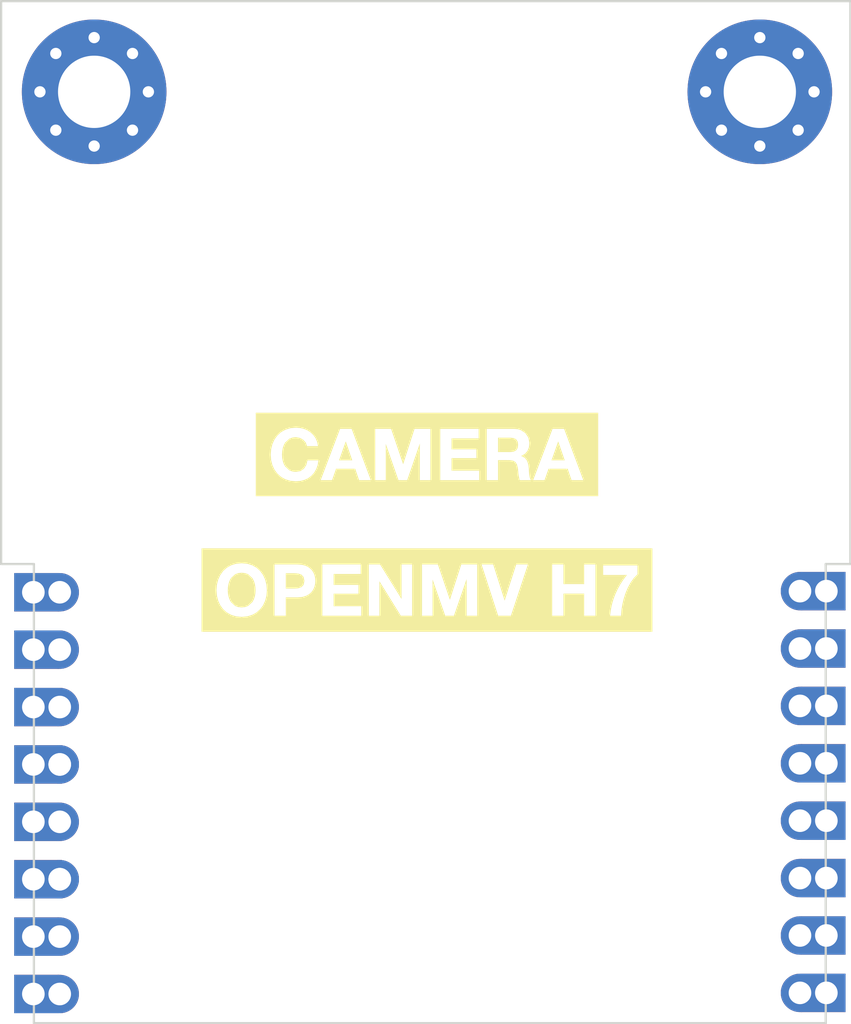
<source format=kicad_pcb>
(kicad_pcb (version 20221018) (generator pcbnew)
  (layers (0 "F.Cu" signal) (31 "B.Cu" signal) (34 "B.Paste" user) (35 "F.Paste" user) (36 "B.SilkS" user "B.Silkscreen") (37 "F.SilkS" user "F.Silkscreen") (38 "B.Mask" user) (39 "F.Mask" user) (44 "Edge.Cuts" user))
  (net 0 "")
  (footprint "kibuzzard-6588553B" (layer "F.Cu") (at 61.55 57.2)
    (fp_text reference "kibuzzard-6588553B" hide)
    (fp_text value "G***" hide)
    (fp_poly (pts (xy -6.249987 -0.065088) (xy -5.862637 -0.065088) (xy -5.697537 -0.077788) (xy -5.557837 -0.127) (xy -5.461 -0.230188) (xy -5.424487 -0.404813) (xy -5.461 -0.579438) (xy -5.557837 -0.682625) (xy -5.697537 -0.731838) (xy -5.862637 -0.744538) (xy -6.249987 -0.744538) (xy -6.249987 -0.065088)) (fill solid) (layer "F.SilkS"))
    (fp_poly (pts (xy -8.818563 0.011112) (xy -8.810228 0.152003) (xy -8.785225 0.288925) (xy -8.741966 0.417116) (xy -8.678862 0.531812) (xy -8.488363 0.70485) (xy -8.358188 0.753666) (xy -8.202612 0.769937) (xy -8.047037 0.753666) (xy -7.916862 0.70485) (xy -7.726362 0.531812) (xy -7.663262 0.417116) (xy -7.62 0.288925) (xy -7.594997 0.152003) (xy -7.586662 0.011112) (xy -7.594997 -0.135731) (xy -7.62 -0.277812) (xy -7.663259 -0.409972) (xy -7.726362 -0.52705) (xy -7.916862 -0.701675) (xy -8.047037 -0.750491) (xy -8.202612 -0.766762) (xy -8.358188 -0.750496) (xy -8.488363 -0.701675) (xy -8.678862 -0.52705) (xy -8.741966 -0.409972) (xy -8.785225 -0.277812) (xy -8.810228 -0.135732) (xy -8.818563 0.011112)) (fill solid) (layer "F.SilkS"))
    (fp_poly (pts (xy -9.317037 -1.847321) (xy -9.978496 -1.847321) (xy -9.978496 1.847321) (xy -9.317037 1.847321) (xy -8.202612 1.847321) (xy -8.202612 1.185863) (xy -8.449866 1.163241) (xy -8.670925 1.095375) (xy -8.862615 0.987822) (xy -9.021762 0.846137) (xy -9.147969 0.673497) (xy -9.240838 0.473075) (xy -9.297988 0.250428) (xy -9.317037 0.011112) (xy -9.297988 -0.233759) (xy -9.240838 -0.460375) (xy -9.147969 -0.663972) (xy -9.021762 -0.839788) (xy -8.862616 -0.984249) (xy -8.670925 -1.093788) (xy -8.449866 -1.162837) (xy -8.202612 -1.185863) (xy -7.953375 -1.162844) (xy -7.732712 -1.093788) (xy -7.542214 -0.98425) (xy -7.383462 -0.839788) (xy -7.257256 -0.663974) (xy -7.164387 -0.460375) (xy -7.107237 -0.233759) (xy -7.088187 0.011112) (xy -7.107237 0.250428) (xy -7.164387 0.473075) (xy -7.257256 0.673497) (xy -7.383462 0.846137) (xy -7.542213 0.987822) (xy -7.732712 1.095375) (xy -7.953375 1.163241) (xy -8.202612 1.185863) (xy -8.202612 1.847321) (xy -6.249987 1.847321) (xy -6.249987 1.135063) (xy -6.748462 1.135063) (xy -6.748462 -1.131888) (xy -5.726112 -1.131888) (xy -5.529263 -1.116409) (xy -5.364162 -1.069975) (xy -5.228828 -0.998141) (xy -5.121275 -0.906463) (xy -5.040312 -0.797719) (xy -4.98475 -0.674688) (xy -4.952603 -0.542131) (xy -4.941887 -0.404813) (xy -4.952603 -0.269478) (xy -4.98475 -0.136525) (xy -5.04031 -0.012303) (xy -5.121275 0.096838) (xy -5.228828 0.188515) (xy -5.364162 0.26035) (xy -5.529263 0.306784) (xy -5.726112 0.322263) (xy -6.249987 0.322263) (xy -6.249987 1.135063) (xy -6.249987 1.847321) (xy -2.909887 1.847321) (xy -2.909887 1.135063) (xy -4.630737 1.135063) (xy -4.630737 -1.131888) (xy -2.935287 -1.131888) (xy -2.935287 -0.712788) (xy -4.132262 -0.712788) (xy -4.132262 -0.227012) (xy -3.033712 -0.227012) (xy -3.033712 0.160337) (xy -4.132262 0.160337) (xy -4.132262 0.715963) (xy -2.909887 0.715963) (xy -2.909887 1.135063) (xy -2.909887 1.847321) (xy -0.658812 1.847321) (xy -0.658812 1.135063) (xy -1.157287 1.135063) (xy -2.100262 -0.382587) (xy -2.106612 -0.382587) (xy -2.106612 1.135063) (xy -2.573337 1.135063) (xy -2.573337 -1.131888) (xy -2.078037 -1.131888) (xy -1.131887 0.388937) (xy -1.125537 0.388937) (xy -1.125537 -1.131888) (xy -0.658812 -1.131888) (xy -0.658812 1.135063) (xy -0.658812 1.847321) (xy 2.220912 1.847321) (xy 2.220912 1.135063) (xy 1.754188 1.135063) (xy 1.754188 -0.471488) (xy 1.747838 -0.471488) (xy 1.192213 1.135063) (xy 0.808038 1.135063) (xy 0.252413 -0.455613) (xy 0.246062 -0.455613) (xy 0.246062 1.135063) (xy -0.220662 1.135063) (xy -0.220662 -1.131888) (xy 0.481012 -1.131888) (xy 1.011238 0.427037) (xy 1.017588 0.427037) (xy 1.519237 -1.131888) (xy 2.220912 -1.131888) (xy 2.220912 1.135063) (xy 2.220912 1.847321) (xy 3.713162 1.847321) (xy 3.713162 1.135063) (xy 3.151188 1.135063) (xy 2.417762 -1.131888) (xy 2.928938 -1.131888) (xy 3.433763 0.461962) (xy 3.440113 0.461962) (xy 3.951288 -1.131888) (xy 4.465638 -1.131888) (xy 3.713162 1.135063) (xy 3.713162 1.847321) (xy 7.456488 1.847321) (xy 7.456488 1.135063) (xy 6.958013 1.135063) (xy 6.958013 0.157163) (xy 6.040438 0.157163) (xy 6.040438 1.135063) (xy 5.541963 1.135063) (xy 5.541963 -1.131888) (xy 6.040438 -1.131888) (xy 6.040438 -0.261938) (xy 6.958013 -0.261938) (xy 6.958013 -1.131888) (xy 7.456488 -1.131888) (xy 7.456488 1.135063) (xy 7.456488 1.847321) (xy 8.589963 1.847321) (xy 8.589963 1.135063) (xy 8.107363 1.135063) (xy 8.136235 0.888206) (xy 8.184753 0.646113) (xy 8.252916 0.408781) (xy 8.340725 0.176212) (xy 8.445996 -0.049212) (xy 8.566547 -0.265112) (xy 8.702377 -0.471487) (xy 8.853488 -0.668337) (xy 7.799388 -0.668337) (xy 7.799388 -1.087438) (xy 9.317037 -1.087438) (xy 9.317037 -0.700088) (xy 9.152334 -0.530225) (xy 9.007475 -0.325438) (xy 8.88365 -0.096044) (xy 8.78205 0.147638) (xy 8.701882 0.40005) (xy 8.64235 0.655638) (xy 8.604647 0.904081) (xy 8.589963 1.135063) (xy 8.589963 1.847321) (xy 9.317037 1.847321) (xy 9.978496 1.847321) (xy 9.978496 -1.847321) (xy 9.317037 -1.847321) (xy -9.317037 -1.847321)) (fill solid) (layer "F.SilkS"))
  )
  (footprint "Camera Castellated:Camera Castellated" (layer "F.Cu") (at 61.55 54.2)
    (fp_text reference "H1" hide)
    (fp_text value "MountingHole")
    (fp_line (start -18.85 -23.064) (end -18.85 1.85) (stroke (width 0.1)) (layer "Edge.Cuts"))
    (fp_line (start -18.85 1.85) (end -17.4 1.85) (stroke (width 0.1)) (layer "Edge.Cuts"))
    (fp_line (start -17.4 22.17) (end -17.4 1.85) (stroke (width 0.1)) (layer "Edge.Cuts"))
    (fp_line (start 17.65 22.17) (end -17.4 22.17) (stroke (width 0.1)) (layer "Edge.Cuts"))
    (fp_line (start 17.65 22.17) (end 17.65 1.85) (stroke (width 0.1)) (layer "Edge.Cuts"))
    (fp_line (start 18.742 -23.064) (end -18.85 -23.064) (stroke (width 0.1)) (layer "Edge.Cuts"))
    (fp_line (start 18.742 -23.064) (end 18.742 1.85) (stroke (width 0.1)) (layer "Edge.Cuts"))
    (fp_line (start 18.742 1.85) (end 17.65 1.85) (stroke (width 0.1)) (layer "Edge.Cuts"))
    (pad "0" thru_hole circle (at -17.132 -19.05) (size 0.8 0.8) (drill 0.5) (layers "*.Cu" "*.Mask"))
    (pad "0" thru_hole circle (at -16.429056 -20.747056) (size 0.8 0.8) (drill 0.5) (layers "*.Cu" "*.Mask"))
    (pad "0" thru_hole circle (at -16.429056 -17.352944) (size 0.8 0.8) (drill 0.5) (layers "*.Cu" "*.Mask"))
    (pad "0" thru_hole circle (at -14.732 -21.45) (size 0.8 0.8) (drill 0.5) (layers "*.Cu" "*.Mask"))
    (pad "0" thru_hole circle (at -14.732 -19.05) (size 6.4 6.4) (drill 3.2) (layers "*.Cu" "*.Mask"))
    (pad "0" thru_hole circle (at -14.732 -16.65) (size 0.8 0.8) (drill 0.5) (layers "*.Cu" "*.Mask"))
    (pad "0" thru_hole circle (at -13.034944 -20.747056) (size 0.8 0.8) (drill 0.5) (layers "*.Cu" "*.Mask"))
    (pad "0" thru_hole circle (at -13.034944 -17.352944) (size 0.8 0.8) (drill 0.5) (layers "*.Cu" "*.Mask"))
    (pad "0" thru_hole circle (at -12.332 -19.05) (size 0.8 0.8) (drill 0.5) (layers "*.Cu" "*.Mask"))
    (pad "0" thru_hole circle (at 12.332 -19.05) (size 0.8 0.8) (drill 0.5) (layers "*.Cu" "*.Mask"))
    (pad "0" thru_hole circle (at 13.034944 -20.747056) (size 0.8 0.8) (drill 0.5) (layers "*.Cu" "*.Mask"))
    (pad "0" thru_hole circle (at 13.034944 -17.352944) (size 0.8 0.8) (drill 0.5) (layers "*.Cu" "*.Mask"))
    (pad "0" thru_hole circle (at 14.732 -21.45) (size 0.8 0.8) (drill 0.5) (layers "*.Cu" "*.Mask"))
    (pad "0" thru_hole circle (at 14.732 -19.05) (size 6.4 6.4) (drill 3.2) (layers "*.Cu" "*.Mask"))
    (pad "0" thru_hole circle (at 14.732 -16.65) (size 0.8 0.8) (drill 0.5) (layers "*.Cu" "*.Mask"))
    (pad "0" thru_hole circle (at 16.429056 -20.747056) (size 0.8 0.8) (drill 0.5) (layers "*.Cu" "*.Mask"))
    (pad "0" thru_hole circle (at 16.429056 -17.352944) (size 0.8 0.8) (drill 0.5) (layers "*.Cu" "*.Mask"))
    (pad "0" thru_hole circle (at 17.132 -19.05) (size 0.8 0.8) (drill 0.5) (layers "*.Cu" "*.Mask"))
    (pad "1" thru_hole rect (at -17.423501 3.098) (size 1.982498 1.7) (drill 1 (offset 0.14125 0)) (property pad_prop_castellated) (layers "*.Cu" "*.Mask"))
    (pad "1" thru_hole circle (at -16.256 3.098) (size 1.7 1.7) (drill 1) (layers "*.Cu" "*.Mask"))
    (pad "1" thru_hole circle (at -16.256 10.718) (size 1.7 1.7) (drill 1) (layers "*.Cu" "*.Mask"))
    (pad "1" thru_hole circle (at -16.256 15.798) (size 1.7 1.7) (drill 1) (layers "*.Cu" "*.Mask"))
    (pad "2" thru_hole rect (at -17.423501 5.638) (size 1.982498 1.7) (drill 1 (offset 0.14125 0)) (property pad_prop_castellated) (layers "*.Cu" "*.Mask"))
    (pad "2" thru_hole oval (at -16.256 5.638) (size 1.7 1.7) (drill 1) (layers "*.Cu" "*.Mask"))
    (pad "3" thru_hole rect (at -17.423501 8.178) (size 1.982498 1.7) (drill 1 (offset 0.14125 0)) (property pad_prop_castellated) (layers "*.Cu" "*.Mask"))
    (pad "3" thru_hole oval (at -16.256 8.178) (size 1.7 1.7) (drill 1) (layers "*.Cu" "*.Mask"))
    (pad "4" thru_hole rect (at -17.423501 10.718) (size 1.982498 1.7) (drill 1 (offset 0.14125 0)) (property pad_prop_castellated) (layers "*.Cu" "*.Mask"))
    (pad "4" thru_hole oval (at -16.256 10.718) (size 1.7 1.7) (drill 1) (layers "*.Cu" "*.Mask"))
    (pad "5" thru_hole rect (at -17.423501 13.258) (size 1.982498 1.7) (drill 1 (offset 0.14125 0)) (property pad_prop_castellated) (layers "*.Cu" "*.Mask"))
    (pad "5" thru_hole oval (at -16.256 13.258) (size 1.7 1.7) (drill 1) (layers "*.Cu" "*.Mask"))
    (pad "6" thru_hole rect (at -17.423501 15.798) (size 1.982498 1.7) (drill 1 (offset 0.14125 0)) (property pad_prop_castellated) (layers "*.Cu" "*.Mask"))
    (pad "6" thru_hole oval (at -16.256 15.798) (size 1.7 1.7) (drill 1) (layers "*.Cu" "*.Mask"))
    (pad "7" thru_hole rect (at -17.423501 18.338) (size 1.982498 1.7) (drill 1 (offset 0.14125 0)) (property pad_prop_castellated) (layers "*.Cu" "*.Mask"))
    (pad "7" thru_hole oval (at -16.256 18.338) (size 1.7 1.7) (drill 1) (layers "*.Cu" "*.Mask"))
    (pad "8" thru_hole rect (at -17.423501 20.878) (size 1.982498 1.7) (drill 1 (offset 0.14125 0)) (property pad_prop_castellated) (layers "*.Cu" "*.Mask"))
    (pad "8" thru_hole oval (at -16.256 20.878) (size 1.7 1.7) (drill 1) (layers "*.Cu" "*.Mask"))
    (pad "9" thru_hole oval (at 16.51 20.828) (size 1.7 1.7) (drill 1) (layers "*.Cu" "*.Mask"))
    (pad "9" thru_hole rect (at 17.677501 20.828 180) (size 1.982498 1.7) (drill 1 (offset 0.14125 0)) (property pad_prop_castellated) (layers "*.Cu" "*.Mask"))
    (pad "10" thru_hole oval (at 16.51 18.288) (size 1.7 1.7) (drill 1) (layers "*.Cu" "*.Mask"))
    (pad "10" thru_hole rect (at 17.677501 18.288 180) (size 1.982498 1.7) (drill 1 (offset 0.14125 0)) (property pad_prop_castellated) (layers "*.Cu" "*.Mask"))
    (pad "11" thru_hole oval (at 16.51 15.748) (size 1.7 1.7) (drill 1) (layers "*.Cu" "*.Mask"))
    (pad "11" thru_hole rect (at 17.677501 15.748 180) (size 1.982498 1.7) (drill 1 (offset 0.14125 0)) (property pad_prop_castellated) (layers "*.Cu" "*.Mask"))
    (pad "12" thru_hole oval (at 16.51 13.208) (size 1.7 1.7) (drill 1) (layers "*.Cu" "*.Mask"))
    (pad "12" thru_hole rect (at 17.677501 13.208 180) (size 1.982498 1.7) (drill 1 (offset 0.14125 0)) (property pad_prop_castellated) (layers "*.Cu" "*.Mask"))
    (pad "13" thru_hole oval (at 16.51 10.668) (size 1.7 1.7) (drill 1) (layers "*.Cu" "*.Mask"))
    (pad "13" thru_hole rect (at 17.677501 10.668 180) (size 1.982498 1.7) (drill 1 (offset 0.14125 0)) (property pad_prop_castellated) (layers "*.Cu" "*.Mask"))
    (pad "14" thru_hole oval (at 16.51 8.128) (size 1.7 1.7) (drill 1) (layers "*.Cu" "*.Mask"))
    (pad "14" thru_hole rect (at 17.677501 8.128 180) (size 1.982498 1.7) (drill 1 (offset 0.14125 0)) (property pad_prop_castellated) (layers "*.Cu" "*.Mask"))
    (pad "15" thru_hole oval (at 16.51 5.588) (size 1.7 1.7) (drill 1) (layers "*.Cu" "*.Mask"))
    (pad "15" thru_hole rect (at 17.677501 5.588 180) (size 1.982498 1.7) (drill 1 (offset 0.14125 0)) (property pad_prop_castellated) (layers "*.Cu" "*.Mask"))
    (pad "16" thru_hole circle (at 16.51 3.048) (size 1.7 1.7) (drill 1) (layers "*.Cu" "*.Mask"))
    (pad "16" thru_hole rect (at 17.677501 3.048 180) (size 1.982498 1.7) (drill 1 (offset 0.14125 0)) (property pad_prop_castellated) (layers "*.Cu" "*.Mask"))
  )
  (footprint "kibuzzard-65885527" (layer "F.Cu") (at 61.55 51.2)
    (fp_text reference "kibuzzard-65885527" hide)
    (fp_text value "G***" hide)
    (fp_poly (pts (xy -3.894138 0.258762) (xy -3.306763 0.258762) (xy -3.592513 -0.573088) (xy -3.598863 -0.573088) (xy -3.894138 0.258762)) (fill solid) (layer "F.SilkS"))
    (fp_poly (pts (xy 5.510213 0.258762) (xy 6.097588 0.258762) (xy 5.811838 -0.573088) (xy 5.805488 -0.573088) (xy 5.510213 0.258762)) (fill solid) (layer "F.SilkS"))
    (fp_poly (pts (xy 3.144838 -0.106363) (xy 3.690938 -0.106363) (xy 3.840956 -0.125413) (xy 3.948113 -0.182563) (xy 4.012406 -0.282575) (xy 4.033838 -0.430213) (xy 4.012406 -0.572691) (xy 3.948113 -0.669925) (xy 3.840956 -0.725884) (xy 3.690938 -0.744538) (xy 3.144838 -0.744538) (xy 3.144838 -0.106363)) (fill solid) (layer "F.SilkS"))
    (fp_poly (pts (xy -6.916738 -1.847321) (xy -7.578196 -1.847321) (xy -7.578196 1.847321) (xy -6.916738 1.847321) (xy -5.802313 1.847321) (xy -5.802313 1.185863) (xy -6.049566 1.163241) (xy -6.270625 1.095375) (xy -6.462315 0.987822) (xy -6.621463 0.846137) (xy -6.747669 0.673497) (xy -6.840538 0.473075) (xy -6.897688 0.250428) (xy -6.916738 0.011112) (xy -6.897688 -0.233759) (xy -6.840538 -0.460375) (xy -6.747669 -0.663972) (xy -6.621463 -0.839788) (xy -6.462316 -0.984249) (xy -6.270625 -1.093788) (xy -6.049566 -1.162837) (xy -5.802313 -1.185863) (xy -5.620147 -1.172369) (xy -5.4483 -1.131888) (xy -5.290344 -1.065609) (xy -5.14985 -0.974725) (xy -5.029597 -0.859236) (xy -4.932363 -0.719138) (xy -4.862513 -0.555625) (xy -4.824413 -0.369887) (xy -5.307013 -0.369887) (xy -5.364163 -0.52705) (xy -5.475288 -0.652463) (xy -5.6261 -0.7366) (xy -5.802313 -0.766762) (xy -5.957888 -0.750496) (xy -6.088063 -0.701675) (xy -6.278563 -0.52705) (xy -6.341666 -0.409972) (xy -6.384925 -0.277812) (xy -6.409928 -0.135732) (xy -6.418263 0.011112) (xy -6.409928 0.152003) (xy -6.384925 0.288925) (xy -6.341666 0.417116) (xy -6.278563 0.531812) (xy -6.088063 0.70485) (xy -5.957888 0.753666) (xy -5.802313 0.769937) (xy -5.598716 0.735013) (xy -5.445125 0.630238) (xy -5.341541 0.468313) (xy -5.287963 0.261937) (xy -4.805363 0.261937) (xy -4.839487 0.464344) (xy -4.903788 0.646112) (xy -4.995863 0.804862) (xy -5.113338 0.938213) (xy -5.254625 1.044575) (xy -5.418138 1.122363) (xy -5.601494 1.169987) (xy -5.802313 1.185863) (xy -5.802313 1.847321) (xy -2.487613 1.847321) (xy -2.487613 1.135063) (xy -3.005138 1.135063) (xy -3.176588 0.630238) (xy -4.024313 0.630238) (xy -4.202113 1.135063) (xy -4.703763 1.135063) (xy -3.846513 -1.131888) (xy -3.335338 -1.131888) (xy -2.487613 1.135063) (xy -2.487613 1.847321) (xy 0.150813 1.847321) (xy 0.150813 1.135063) (xy -0.315912 1.135063) (xy -0.315912 -0.471488) (xy -0.322263 -0.471488) (xy -0.877888 1.135063) (xy -1.262062 1.135063) (xy -1.817688 -0.455613) (xy -1.824038 -0.455613) (xy -1.824038 1.135063) (xy -2.290763 1.135063) (xy -2.290763 -1.131888) (xy -1.589088 -1.131888) (xy -1.058862 0.427037) (xy -1.052513 0.427037) (xy -0.550863 -1.131888) (xy 0.150813 -1.131888) (xy 0.150813 1.135063) (xy 0.150813 1.847321) (xy 2.309813 1.847321) (xy 2.309813 1.135063) (xy 0.588962 1.135063) (xy 0.588962 -1.131888) (xy 2.284412 -1.131888) (xy 2.284412 -0.712788) (xy 1.087437 -0.712788) (xy 1.087437 -0.227012) (xy 2.185987 -0.227012) (xy 2.185987 0.160337) (xy 1.087437 0.160337) (xy 1.087437 0.715963) (xy 2.309813 0.715963) (xy 2.309813 1.135063) (xy 2.309813 1.847321) (xy 4.598988 1.847321) (xy 4.598988 1.135063) (xy 4.100513 1.135063) (xy 4.049713 0.877888) (xy 4.037806 0.731837) (xy 4.021138 0.592138) (xy 3.981451 0.43815) (xy 3.913188 0.331788) (xy 3.804444 0.269875) (xy 3.643313 0.249238) (xy 3.144838 0.249238) (xy 3.144838 1.135063) (xy 2.646363 1.135063) (xy 2.646363 -1.131888) (xy 3.868738 -1.131888) (xy 4.013597 -1.119584) (xy 4.143375 -1.082675) (xy 4.352925 -0.947738) (xy 4.486275 -0.7493) (xy 4.532313 -0.506412) (xy 4.511287 -0.319881) (xy 4.448175 -0.160337) (xy 4.337448 -0.03175) (xy 4.173538 0.061912) (xy 4.173538 0.068263) (xy 4.325938 0.14605) (xy 4.424363 0.269875) (xy 4.479925 0.427037) (xy 4.503738 0.598487) (xy 4.510088 0.725488) (xy 4.5212 0.874713) (xy 4.5466 1.019175) (xy 4.598988 1.135063) (xy 4.598988 1.847321) (xy 6.916738 1.847321) (xy 6.916738 1.135063) (xy 6.399213 1.135063) (xy 6.227763 0.630238) (xy 5.380038 0.630238) (xy 5.202238 1.135063) (xy 4.700588 1.135063) (xy 5.557838 -1.131888) (xy 6.069013 -1.131888) (xy 6.916738 1.135063) (xy 6.916738 1.847321) (xy 7.578196 1.847321) (xy 7.578196 -1.847321) (xy 6.916738 -1.847321) (xy -6.916738 -1.847321)) (fill solid) (layer "F.SilkS"))
  )
)
</source>
